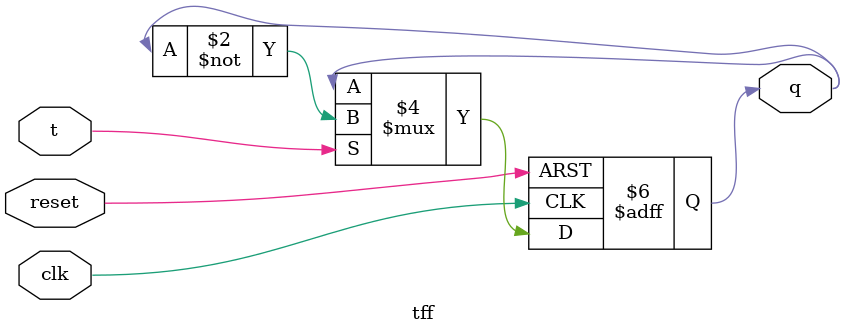
<source format=v>
module tff(
    input  clk,
    input  reset,
    input  t,
    output reg q
);

    always @(posedge clk, posedge reset)
    begin
        if(reset)
        q <= 0;
        else if (t)
        q <= ~q;
        else
        q <= q;
    end



endmodule

</source>
